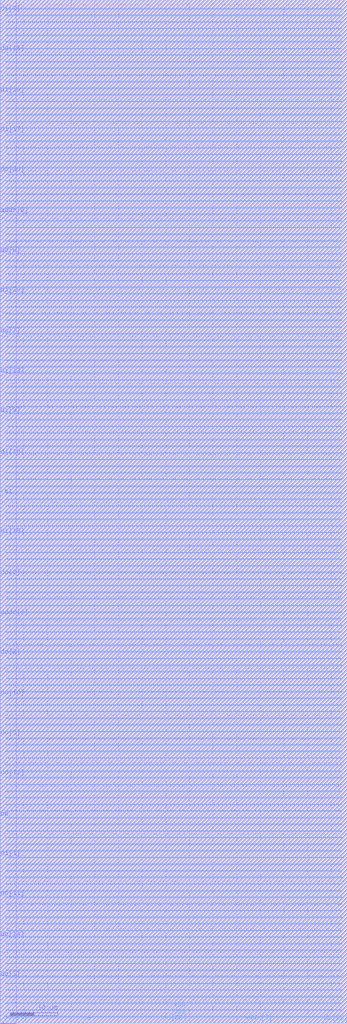
<source format=lef>
VERSION 5.8 ;
BUSBITCHARS "[]" ;
DIVIDERCHAR "/" ;
UNITS
    DATABASE MICRONS 2000 ;
END UNITS

MACRO memory_block_64x24
  FOREIGN memory_block_64x24 0 0 ;
  CLASS BLOCK ;
  SIZE 73.365 BY 216.09 ;
  PIN VSS
    USE GROUND ;
    DIRECTION INOUT ;
    PORT
      LAYER metal4 ;
        RECT  1.14 214.115 72.2 214.285 ;
        RECT  1.14 211.315 72.2 211.485 ;
        RECT  1.14 208.515 72.2 208.685 ;
        RECT  1.14 205.715 72.2 205.885 ;
        RECT  1.14 202.915 72.2 203.085 ;
        RECT  1.14 200.115 72.2 200.285 ;
        RECT  1.14 197.315 72.2 197.485 ;
        RECT  1.14 194.515 72.2 194.685 ;
        RECT  1.14 191.715 72.2 191.885 ;
        RECT  1.14 188.915 72.2 189.085 ;
        RECT  1.14 186.115 72.2 186.285 ;
        RECT  1.14 183.315 72.2 183.485 ;
        RECT  1.14 180.515 72.2 180.685 ;
        RECT  1.14 177.715 72.2 177.885 ;
        RECT  1.14 174.915 72.2 175.085 ;
        RECT  1.14 172.115 72.2 172.285 ;
        RECT  1.14 169.315 72.2 169.485 ;
        RECT  1.14 166.515 72.2 166.685 ;
        RECT  1.14 163.715 72.2 163.885 ;
        RECT  1.14 160.915 72.2 161.085 ;
        RECT  1.14 158.115 72.2 158.285 ;
        RECT  1.14 155.315 72.2 155.485 ;
        RECT  1.14 152.515 72.2 152.685 ;
        RECT  1.14 149.715 72.2 149.885 ;
        RECT  1.14 146.915 72.2 147.085 ;
        RECT  1.14 144.115 72.2 144.285 ;
        RECT  1.14 141.315 72.2 141.485 ;
        RECT  1.14 138.515 72.2 138.685 ;
        RECT  1.14 135.715 72.2 135.885 ;
        RECT  1.14 132.915 72.2 133.085 ;
        RECT  1.14 130.115 72.2 130.285 ;
        RECT  1.14 127.315 72.2 127.485 ;
        RECT  1.14 124.515 72.2 124.685 ;
        RECT  1.14 121.715 72.2 121.885 ;
        RECT  1.14 118.915 72.2 119.085 ;
        RECT  1.14 116.115 72.2 116.285 ;
        RECT  1.14 113.315 72.2 113.485 ;
        RECT  1.14 110.515 72.2 110.685 ;
        RECT  1.14 107.715 72.2 107.885 ;
        RECT  1.14 104.915 72.2 105.085 ;
        RECT  1.14 102.115 72.2 102.285 ;
        RECT  1.14 99.315 72.2 99.485 ;
        RECT  1.14 96.515 72.2 96.685 ;
        RECT  1.14 93.715 72.2 93.885 ;
        RECT  1.14 90.915 72.2 91.085 ;
        RECT  1.14 88.115 72.2 88.285 ;
        RECT  1.14 85.315 72.2 85.485 ;
        RECT  1.14 82.515 72.2 82.685 ;
        RECT  1.14 79.715 72.2 79.885 ;
        RECT  1.14 76.915 72.2 77.085 ;
        RECT  1.14 74.115 72.2 74.285 ;
        RECT  1.14 71.315 72.2 71.485 ;
        RECT  1.14 68.515 72.2 68.685 ;
        RECT  1.14 65.715 72.2 65.885 ;
        RECT  1.14 62.915 72.2 63.085 ;
        RECT  1.14 60.115 72.2 60.285 ;
        RECT  1.14 57.315 72.2 57.485 ;
        RECT  1.14 54.515 72.2 54.685 ;
        RECT  1.14 51.715 72.2 51.885 ;
        RECT  1.14 48.915 72.2 49.085 ;
        RECT  1.14 46.115 72.2 46.285 ;
        RECT  1.14 43.315 72.2 43.485 ;
        RECT  1.14 40.515 72.2 40.685 ;
        RECT  1.14 37.715 72.2 37.885 ;
        RECT  1.14 34.915 72.2 35.085 ;
        RECT  1.14 32.115 72.2 32.285 ;
        RECT  1.14 29.315 72.2 29.485 ;
        RECT  1.14 26.515 72.2 26.685 ;
        RECT  1.14 23.715 72.2 23.885 ;
        RECT  1.14 20.915 72.2 21.085 ;
        RECT  1.14 18.115 72.2 18.285 ;
        RECT  1.14 15.315 72.2 15.485 ;
        RECT  1.14 12.515 72.2 12.685 ;
        RECT  1.14 9.715 72.2 9.885 ;
        RECT  1.14 6.915 72.2 7.085 ;
        RECT  1.14 4.115 72.2 4.285 ;
        RECT  1.14 1.315 72.2 1.485 ;
    END
  END VSS
  PIN VDD
    USE POWER ;
    DIRECTION INOUT ;
    PORT
      LAYER metal4 ;
        RECT  1.14 212.715 72.2 212.885 ;
        RECT  1.14 209.915 72.2 210.085 ;
        RECT  1.14 207.115 72.2 207.285 ;
        RECT  1.14 204.315 72.2 204.485 ;
        RECT  1.14 201.515 72.2 201.685 ;
        RECT  1.14 198.715 72.2 198.885 ;
        RECT  1.14 195.915 72.2 196.085 ;
        RECT  1.14 193.115 72.2 193.285 ;
        RECT  1.14 190.315 72.2 190.485 ;
        RECT  1.14 187.515 72.2 187.685 ;
        RECT  1.14 184.715 72.2 184.885 ;
        RECT  1.14 181.915 72.2 182.085 ;
        RECT  1.14 179.115 72.2 179.285 ;
        RECT  1.14 176.315 72.2 176.485 ;
        RECT  1.14 173.515 72.2 173.685 ;
        RECT  1.14 170.715 72.2 170.885 ;
        RECT  1.14 167.915 72.2 168.085 ;
        RECT  1.14 165.115 72.2 165.285 ;
        RECT  1.14 162.315 72.2 162.485 ;
        RECT  1.14 159.515 72.2 159.685 ;
        RECT  1.14 156.715 72.2 156.885 ;
        RECT  1.14 153.915 72.2 154.085 ;
        RECT  1.14 151.115 72.2 151.285 ;
        RECT  1.14 148.315 72.2 148.485 ;
        RECT  1.14 145.515 72.2 145.685 ;
        RECT  1.14 142.715 72.2 142.885 ;
        RECT  1.14 139.915 72.2 140.085 ;
        RECT  1.14 137.115 72.2 137.285 ;
        RECT  1.14 134.315 72.2 134.485 ;
        RECT  1.14 131.515 72.2 131.685 ;
        RECT  1.14 128.715 72.2 128.885 ;
        RECT  1.14 125.915 72.2 126.085 ;
        RECT  1.14 123.115 72.2 123.285 ;
        RECT  1.14 120.315 72.2 120.485 ;
        RECT  1.14 117.515 72.2 117.685 ;
        RECT  1.14 114.715 72.2 114.885 ;
        RECT  1.14 111.915 72.2 112.085 ;
        RECT  1.14 109.115 72.2 109.285 ;
        RECT  1.14 106.315 72.2 106.485 ;
        RECT  1.14 103.515 72.2 103.685 ;
        RECT  1.14 100.715 72.2 100.885 ;
        RECT  1.14 97.915 72.2 98.085 ;
        RECT  1.14 95.115 72.2 95.285 ;
        RECT  1.14 92.315 72.2 92.485 ;
        RECT  1.14 89.515 72.2 89.685 ;
        RECT  1.14 86.715 72.2 86.885 ;
        RECT  1.14 83.915 72.2 84.085 ;
        RECT  1.14 81.115 72.2 81.285 ;
        RECT  1.14 78.315 72.2 78.485 ;
        RECT  1.14 75.515 72.2 75.685 ;
        RECT  1.14 72.715 72.2 72.885 ;
        RECT  1.14 69.915 72.2 70.085 ;
        RECT  1.14 67.115 72.2 67.285 ;
        RECT  1.14 64.315 72.2 64.485 ;
        RECT  1.14 61.515 72.2 61.685 ;
        RECT  1.14 58.715 72.2 58.885 ;
        RECT  1.14 55.915 72.2 56.085 ;
        RECT  1.14 53.115 72.2 53.285 ;
        RECT  1.14 50.315 72.2 50.485 ;
        RECT  1.14 47.515 72.2 47.685 ;
        RECT  1.14 44.715 72.2 44.885 ;
        RECT  1.14 41.915 72.2 42.085 ;
        RECT  1.14 39.115 72.2 39.285 ;
        RECT  1.14 36.315 72.2 36.485 ;
        RECT  1.14 33.515 72.2 33.685 ;
        RECT  1.14 30.715 72.2 30.885 ;
        RECT  1.14 27.915 72.2 28.085 ;
        RECT  1.14 25.115 72.2 25.285 ;
        RECT  1.14 22.315 72.2 22.485 ;
        RECT  1.14 19.515 72.2 19.685 ;
        RECT  1.14 16.715 72.2 16.885 ;
        RECT  1.14 13.915 72.2 14.085 ;
        RECT  1.14 11.115 72.2 11.285 ;
        RECT  1.14 8.315 72.2 8.485 ;
        RECT  1.14 5.515 72.2 5.685 ;
        RECT  1.14 2.715 72.2 2.885 ;
    END
  END VDD
  PIN addr[0]
    DIRECTION INPUT ;
    USE SIGNAL ;
    PORT
      LAYER metal3 ;
        RECT  0 170.555 0.07 170.625 ;
    END
  END addr[0]
  PIN addr[1]
    DIRECTION INPUT ;
    USE SIGNAL ;
    PORT
      LAYER metal3 ;
        RECT  0 85.715 0.07 85.785 ;
    END
  END addr[1]
  PIN addr[2]
    DIRECTION INPUT ;
    USE SIGNAL ;
    PORT
      LAYER metal3 ;
        RECT  73.295 134.435 73.365 134.505 ;
    END
  END addr[2]
  PIN addr[3]
    DIRECTION INPUT ;
    USE SIGNAL ;
    PORT
      LAYER metal4 ;
        RECT  51.545 0 51.685 0.14 ;
    END
  END addr[3]
  PIN addr[4]
    DIRECTION INPUT ;
    USE SIGNAL ;
    PORT
      LAYER metal3 ;
        RECT  73.295 126.035 73.365 126.105 ;
    END
  END addr[4]
  PIN addr[5]
    DIRECTION INPUT ;
    USE SIGNAL ;
    PORT
      LAYER metal3 ;
        RECT  73.295 117.635 73.365 117.705 ;
    END
  END addr[5]
  PIN ce
    DIRECTION INPUT ;
    USE SIGNAL ;
    PORT
      LAYER metal4 ;
        RECT  17.385 0 17.525 0.14 ;
    END
  END ce
  PIN clk
    DIRECTION INPUT ;
    USE SIGNAL ;
    PORT
      LAYER metal3 ;
        RECT  73.295 66.675 73.365 66.745 ;
    END
  END clk
  PIN di[0]
    DIRECTION INPUT ;
    USE SIGNAL ;
    PORT
      LAYER metal3 ;
        RECT  73.295 194.075 73.365 194.145 ;
    END
  END di[0]
  PIN di[10]
    DIRECTION INPUT ;
    USE SIGNAL ;
    PORT
      LAYER metal3 ;
        RECT  0 196.035 0.07 196.105 ;
    END
  END di[10]
  PIN di[11]
    DIRECTION INPUT ;
    USE SIGNAL ;
    PORT
      LAYER metal3 ;
        RECT  73.295 202.475 73.365 202.545 ;
    END
  END di[11]
  PIN di[12]
    DIRECTION INPUT ;
    USE SIGNAL ;
    PORT
      LAYER metal3 ;
        RECT  73.295 100.555 73.365 100.625 ;
    END
  END di[12]
  PIN di[13]
    DIRECTION INPUT ;
    USE SIGNAL ;
    PORT
      LAYER metal3 ;
        RECT  0 136.675 0.07 136.745 ;
    END
  END di[13]
  PIN di[14]
    DIRECTION INPUT ;
    USE SIGNAL ;
    PORT
      LAYER metal3 ;
        RECT  73.295 168.595 73.365 168.665 ;
    END
  END di[14]
  PIN di[15]
    DIRECTION INPUT ;
    USE SIGNAL ;
    PORT
      LAYER metal3 ;
        RECT  0 102.795 0.07 102.865 ;
    END
  END di[15]
  PIN di[16]
    DIRECTION INPUT ;
    USE SIGNAL ;
    PORT
      LAYER metal3 ;
        RECT  0 119.595 0.07 119.665 ;
    END
  END di[16]
  PIN di[17]
    DIRECTION INPUT ;
    USE SIGNAL ;
    PORT
      LAYER metal3 ;
        RECT  0 187.635 0.07 187.705 ;
    END
  END di[17]
  PIN di[18]
    DIRECTION INPUT ;
    USE SIGNAL ;
    PORT
      LAYER metal4 ;
        RECT  30.265 215.95 30.405 216.09 ;
    END
  END di[18]
  PIN di[19]
    DIRECTION INPUT ;
    USE SIGNAL ;
    PORT
      LAYER metal3 ;
        RECT  73.295 57.995 73.365 58.065 ;
    END
  END di[19]
  PIN di[1]
    DIRECTION INPUT ;
    USE SIGNAL ;
    PORT
      LAYER metal3 ;
        RECT  0 34.755 0.07 34.825 ;
    END
  END di[1]
  PIN di[20]
    DIRECTION INPUT ;
    USE SIGNAL ;
    PORT
      LAYER metal3 ;
        RECT  0 153.755 0.07 153.825 ;
    END
  END di[20]
  PIN di[21]
    DIRECTION INPUT ;
    USE SIGNAL ;
    PORT
      LAYER metal3 ;
        RECT  73.295 159.915 73.365 159.985 ;
    END
  END di[21]
  PIN di[22]
    DIRECTION INPUT ;
    USE SIGNAL ;
    PORT
      LAYER metal3 ;
        RECT  73.295 41.195 73.365 41.265 ;
    END
  END di[22]
  PIN di[23]
    DIRECTION INPUT ;
    USE SIGNAL ;
    PORT
      LAYER metal4 ;
        RECT  12.905 215.95 13.045 216.09 ;
    END
  END di[23]
  PIN di[2]
    DIRECTION INPUT ;
    USE SIGNAL ;
    PORT
      LAYER metal3 ;
        RECT  73.295 75.075 73.365 75.145 ;
    END
  END di[2]
  PIN di[3]
    DIRECTION INPUT ;
    USE SIGNAL ;
    PORT
      LAYER metal3 ;
        RECT  73.295 92.155 73.365 92.225 ;
    END
  END di[3]
  PIN di[4]
    DIRECTION INPUT ;
    USE SIGNAL ;
    PORT
      LAYER metal3 ;
        RECT  73.295 32.515 73.365 32.585 ;
    END
  END di[4]
  PIN di[5]
    DIRECTION INPUT ;
    USE SIGNAL ;
    PORT
      LAYER metal3 ;
        RECT  73.295 108.955 73.365 109.025 ;
    END
  END di[5]
  PIN di[6]
    DIRECTION INPUT ;
    USE SIGNAL ;
    PORT
      LAYER metal4 ;
        RECT  63.865 215.95 64.005 216.09 ;
    END
  END di[6]
  PIN di[7]
    DIRECTION INPUT ;
    USE SIGNAL ;
    PORT
      LAYER metal3 ;
        RECT  0 213.115 0.07 213.185 ;
    END
  END di[7]
  PIN di[8]
    DIRECTION INPUT ;
    USE SIGNAL ;
    PORT
      LAYER metal3 ;
        RECT  73.295 7.035 73.365 7.105 ;
    END
  END di[8]
  PIN di[9]
    DIRECTION INPUT ;
    USE SIGNAL ;
    PORT
      LAYER metal3 ;
        RECT  0 128.275 0.07 128.345 ;
    END
  END di[9]
  PIN do[0]
    DIRECTION OUTPUT ;
    USE SIGNAL ;
    PORT
      LAYER metal3 ;
        RECT  0 94.115 0.07 94.185 ;
    END
  END do[0]
  PIN do[10]
    DIRECTION OUTPUT ;
    USE SIGNAL ;
    PORT
      LAYER metal3 ;
        RECT  0 68.635 0.07 68.705 ;
    END
  END do[10]
  PIN do[11]
    DIRECTION OUTPUT ;
    USE SIGNAL ;
    PORT
      LAYER metal3 ;
        RECT  0 26.355 0.07 26.425 ;
    END
  END do[11]
  PIN do[12]
    DIRECTION OUTPUT ;
    USE SIGNAL ;
    PORT
      LAYER metal3 ;
        RECT  0 51.835 0.07 51.905 ;
    END
  END do[12]
  PIN do[13]
    DIRECTION OUTPUT ;
    USE SIGNAL ;
    PORT
      LAYER metal3 ;
        RECT  0 204.715 0.07 204.785 ;
    END
  END do[13]
  PIN do[14]
    DIRECTION OUTPUT ;
    USE SIGNAL ;
    PORT
      LAYER metal3 ;
        RECT  0 17.675 0.07 17.745 ;
    END
  END do[14]
  PIN do[15]
    DIRECTION OUTPUT ;
    USE SIGNAL ;
    PORT
      LAYER metal4 ;
        RECT  0.585 0 0.725 0.14 ;
    END
  END do[15]
  PIN do[16]
    DIRECTION OUTPUT ;
    USE SIGNAL ;
    PORT
      LAYER metal3 ;
        RECT  73.295 185.395 73.365 185.465 ;
    END
  END do[16]
  PIN do[17]
    DIRECTION OUTPUT ;
    USE SIGNAL ;
    PORT
      LAYER metal3 ;
        RECT  73.295 210.875 73.365 210.945 ;
    END
  END do[17]
  PIN do[18]
    DIRECTION OUTPUT ;
    USE SIGNAL ;
    PORT
      LAYER metal3 ;
        RECT  73.295 15.715 73.365 15.785 ;
    END
  END do[18]
  PIN do[19]
    DIRECTION OUTPUT ;
    USE SIGNAL ;
    PORT
      LAYER metal3 ;
        RECT  73.295 176.995 73.365 177.065 ;
    END
  END do[19]
  PIN do[1]
    DIRECTION OUTPUT ;
    USE SIGNAL ;
    PORT
      LAYER metal3 ;
        RECT  73.295 83.475 73.365 83.545 ;
    END
  END do[1]
  PIN do[20]
    DIRECTION OUTPUT ;
    USE SIGNAL ;
    PORT
      LAYER metal3 ;
        RECT  0 179.235 0.07 179.305 ;
    END
  END do[20]
  PIN do[21]
    DIRECTION OUTPUT ;
    USE SIGNAL ;
    PORT
      LAYER metal3 ;
        RECT  73.295 143.115 73.365 143.185 ;
    END
  END do[21]
  PIN do[22]
    DIRECTION OUTPUT ;
    USE SIGNAL ;
    PORT
      LAYER metal4 ;
        RECT  34.185 0 34.325 0.14 ;
    END
  END do[22]
  PIN do[23]
    DIRECTION OUTPUT ;
    USE SIGNAL ;
    PORT
      LAYER metal4 ;
        RECT  68.345 0 68.485 0.14 ;
    END
  END do[23]
  PIN do[2]
    DIRECTION OUTPUT ;
    USE SIGNAL ;
    PORT
      LAYER metal3 ;
        RECT  0 77.315 0.07 77.385 ;
    END
  END do[2]
  PIN do[3]
    DIRECTION OUTPUT ;
    USE SIGNAL ;
    PORT
      LAYER metal3 ;
        RECT  0 9.275 0.07 9.345 ;
    END
  END do[3]
  PIN do[4]
    DIRECTION OUTPUT ;
    USE SIGNAL ;
    PORT
      LAYER metal3 ;
        RECT  73.295 24.115 73.365 24.185 ;
    END
  END do[4]
  PIN do[5]
    DIRECTION OUTPUT ;
    USE SIGNAL ;
    PORT
      LAYER metal3 ;
        RECT  0 60.235 0.07 60.305 ;
    END
  END do[5]
  PIN do[6]
    DIRECTION OUTPUT ;
    USE SIGNAL ;
    PORT
      LAYER metal4 ;
        RECT  47.065 215.95 47.205 216.09 ;
    END
  END do[6]
  PIN do[7]
    DIRECTION OUTPUT ;
    USE SIGNAL ;
    PORT
      LAYER metal3 ;
        RECT  0 145.075 0.07 145.145 ;
    END
  END do[7]
  PIN do[8]
    DIRECTION OUTPUT ;
    USE SIGNAL ;
    PORT
      LAYER metal3 ;
        RECT  0 162.155 0.07 162.225 ;
    END
  END do[8]
  PIN do[9]
    DIRECTION OUTPUT ;
    USE SIGNAL ;
    PORT
      LAYER metal3 ;
        RECT  73.295 49.595 73.365 49.665 ;
    END
  END do[9]
  PIN oe
    DIRECTION INPUT ;
    USE SIGNAL ;
    PORT
      LAYER metal3 ;
        RECT  0 43.155 0.07 43.225 ;
    END
  END oe
  PIN rst
    DIRECTION INPUT ;
    USE SIGNAL ;
    PORT
      LAYER metal3 ;
        RECT  0 111.195 0.07 111.265 ;
    END
  END rst
  PIN we
    DIRECTION INPUT ;
    USE SIGNAL ;
    PORT
      LAYER metal3 ;
        RECT  73.295 151.515 73.365 151.585 ;
    END
  END we
  OBS
    LAYER metal1 ;
     RECT  0 -0.085 3.42 216.09 ;
     RECT  3.42 0 73.365 216.09 ;
    LAYER metal2 ;
     RECT  0 0 73.365 216.09 ;
    LAYER metal3 ;
     RECT  0 0 73.365 216.09 ;
    LAYER metal4 ;
     RECT  0 0 73.365 216.09 ;
  END
END memory_block_64x24
END LIBRARY

</source>
